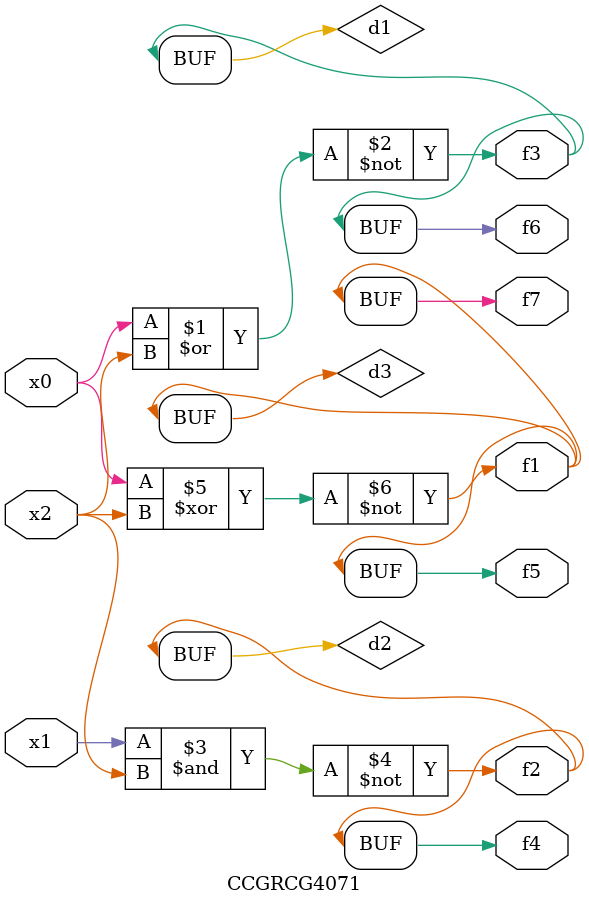
<source format=v>
module CCGRCG4071(
	input x0, x1, x2,
	output f1, f2, f3, f4, f5, f6, f7
);

	wire d1, d2, d3;

	nor (d1, x0, x2);
	nand (d2, x1, x2);
	xnor (d3, x0, x2);
	assign f1 = d3;
	assign f2 = d2;
	assign f3 = d1;
	assign f4 = d2;
	assign f5 = d3;
	assign f6 = d1;
	assign f7 = d3;
endmodule

</source>
